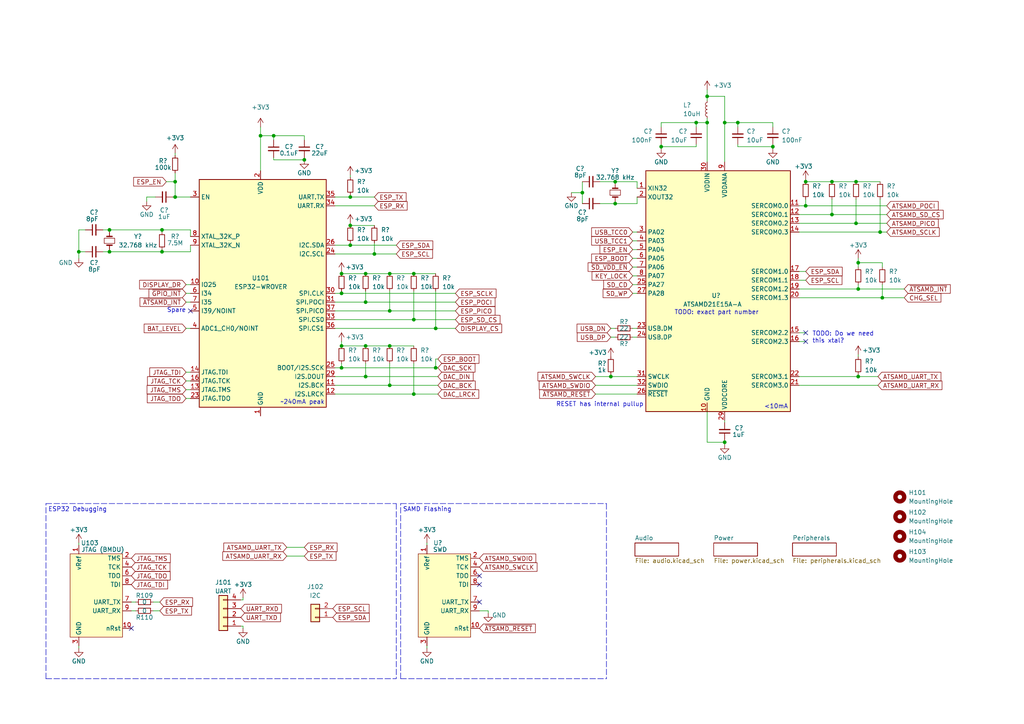
<source format=kicad_sch>
(kicad_sch (version 20211123) (generator eeschema)
  (paper "A4")
  (title_block (date "2022-09-04") (rev "1"))
  (lib_symbols
    (symbol "Connector_Generic:Conn_01x02" (pin_names (offset 1.016) hide)
      (property "Reference" "J" (at 0 2.54 0))
      (property "Value" "Conn_01x02" (at 0 -5.08 0))
      (symbol "Conn_01x02_1_1"
        (rectangle (start -1.27 -2.413) (end 0 -2.667) (stroke (width 0.1524)))
        (rectangle (start -1.27 0.127) (end 0 -0.127) (stroke (width 0.1524)))
        (rectangle (start -1.27 1.27) (end 1.27 -3.81) (stroke (width 0.254)) (fill (type background)))
        (pin passive line (at -5.08 0 0) (length 3.81) (name "Pin_1") (number "1"))
        (pin passive line (at -5.08 -2.54 0) (length 3.81) (name "Pin_2") (number "2"))
      )
    )
    (symbol "Connector_Generic:Conn_01x04" (pin_names (offset 1.016) hide)
      (property "Reference" "J" (at 0 5.08 0))
      (property "Value" "Conn_01x04" (at 0 -7.62 0))
      (symbol "Conn_01x04_1_1"
        (rectangle (start -1.27 -4.953) (end 0 -5.207) (stroke (width 0.1524)))
        (rectangle (start -1.27 -2.413) (end 0 -2.667) (stroke (width 0.1524)))
        (rectangle (start -1.27 0.127) (end 0 -0.127) (stroke (width 0.1524)))
        (rectangle (start -1.27 2.667) (end 0 2.413) (stroke (width 0.1524)))
        (rectangle (start -1.27 3.81) (end 1.27 -6.35) (stroke (width 0.254)) (fill (type background)))
        (pin passive line (at -5.08 2.54 0) (length 3.81) (name "Pin_1") (number "1"))
        (pin passive line (at -5.08 0 0) (length 3.81) (name "Pin_2") (number "2"))
        (pin passive line (at -5.08 -2.54 0) (length 3.81) (name "Pin_3") (number "3"))
        (pin passive line (at -5.08 -5.08 0) (length 3.81) (name "Pin_4") (number "4"))
      )
    )
    (symbol "Device:C_Small" (pin_numbers hide) (pin_names (offset 0.254) hide)
      (property "Reference" "C" (at 0.254 1.778 0))
      (property "Value" "C_Small" (at 0.254 -2.032 0))
      (symbol "C_Small_0_1"
        (polyline (pts (xy -1.524 -0.508) (xy 1.524 -0.508)) (stroke (width 0.3302)))
        (polyline (pts (xy -1.524 0.508) (xy 1.524 0.508)) (stroke (width 0.3048)))
      )
      (symbol "C_Small_1_1"
        (pin passive line (at 0 2.54 270) (length 2.032) (name "~") (number "1"))
        (pin passive line (at 0 -2.54 90) (length 2.032) (name "~") (number "2"))
      )
    )
    (symbol "Device:Crystal_Small" (pin_numbers hide) (pin_names (offset 1.016) hide)
      (property "Reference" "Y" (at 0 2.54 0))
      (property "Value" "Crystal_Small" (at 0 -2.54 0))
      (symbol "Crystal_Small_0_1"
        (rectangle (start -0.762 -1.524) (end 0.762 1.524))
        (polyline (pts (xy -1.27 -0.762) (xy -1.27 0.762)) (stroke (width 0.381)))
        (polyline (pts (xy 1.27 -0.762) (xy 1.27 0.762)) (stroke (width 0.381)))
      )
      (symbol "Crystal_Small_1_1"
        (pin passive line (at -2.54 0 0) (length 1.27) (name "1") (number "1"))
        (pin passive line (at 2.54 0 180) (length 1.27) (name "2") (number "2"))
      )
    )
    (symbol "Device:L_Small" (pin_numbers hide) (pin_names (offset 0.254) hide)
      (property "Reference" "L" (at 0.762 1.016 0))
      (property "Value" "L_Small" (at 0.762 -1.016 0))
      (symbol "L_Small_0_1"
        (arc (start 0 -2.032) (mid 0.508 -1.524) (end 0 -1.016))
        (arc (start 0 -1.016) (mid 0.508 -0.508) (end 0 0))
        (arc (start 0 0) (mid 0.508 0.508) (end 0 1.016))
        (arc (start 0 1.016) (mid 0.508 1.524) (end 0 2.032))
      )
      (symbol "L_Small_1_1"
        (pin passive line (at 0 2.54 270) (length 0.508) (name "~") (number "1"))
        (pin passive line (at 0 -2.54 90) (length 0.508) (name "~") (number "2"))
      )
    )
    (symbol "Device:R_Small" (pin_numbers hide) (pin_names (offset 0.254) hide)
      (property "Reference" "R" (at 0.762 0.508 0))
      (property "Value" "R_Small" (at 0.762 -1.016 0))
      (symbol "R_Small_0_1"
        (rectangle (start -0.762 1.778) (end 0.762 -1.778) (stroke (width 0.2032)))
      )
      (symbol "R_Small_1_1"
        (pin passive line (at 0 2.54 270) (length 0.762) (name "~") (number "1"))
        (pin passive line (at 0 -2.54 90) (length 0.762) (name "~") (number "2"))
      )
    )
    (symbol "Mechanical:MountingHole" (pin_names (offset 1.016))
      (property "Reference" "H" (at 0 5.08 0))
      (property "Value" "MountingHole" (at 0 3.175 0))
      (symbol "MountingHole_0_1"
        (circle (center 0 0) (radius 1.27) (stroke (width 1.27)))
      )
    )
    (symbol "power:+3V3" (power) (pin_names (offset 0))
      (property "Value" "+3V3" (at 0 3.556 0))
      (symbol "+3V3_0_1"
        (polyline (pts (xy -0.762 1.27) (xy 0 2.54)))
        (polyline (pts (xy 0 0) (xy 0 2.54)))
        (polyline (pts (xy 0 2.54) (xy 0.762 1.27)))
      )
      (symbol "+3V3_1_1"
        (pin power_in line (at 0 0 90) (length 0) hide (name "+3V3") (number "1"))
      )
    )
    (symbol "power:GND" (power) (pin_names (offset 0))
      (property "Value" "GND" (at 0 -3.81 0))
      (symbol "GND_0_1"
        (polyline (pts (xy 0 0) (xy 0 -1.27) (xy 1.27 -1.27) (xy 0 -2.54) (xy -1.27 -1.27) (xy 0 -1.27)))
      )
      (symbol "GND_1_1"
        (pin power_in line (at 0 0 270) (length 0) hide (name "GND") (number "1"))
      )
    )
    (symbol "symbols:ATSAMD21E15A-A"
      (property "Reference" "U" (at 0 15.24 0))
      (property "Value" "ATSAMD21E15A-A" (at 0 10.16 0))
      (symbol "ATSAMD21E15A-A_1_1"
        (rectangle (start -20.32 45.72) (end 21.59 -24.13) (stroke (width 0.254)) (fill (type background)))
        (pin bidirectional line (at -22.86 40.64 0) (length 2.54) (name "XIN32") (number "1"))
        (pin power_in line (at -2.54 -24.13 90) (length 2.54) (name "GND") (number "10"))
        (pin bidirectional line (at 24.13 35.56 180) (length 2.54) (name "SERCOM0.0") (number "11"))
        (pin bidirectional line (at 24.13 33.02 180) (length 2.54) (name "SERCOM0.1") (number "12"))
        (pin bidirectional line (at 24.13 30.48 180) (length 2.54) (name "SERCOM0.2") (number "13"))
        (pin bidirectional line (at 24.13 27.94 180) (length 2.54) (name "SERCOM0.3") (number "14"))
        (pin bidirectional line (at 24.13 -1.27 180) (length 2.54) (name "SERCOM2.2") (number "15"))
        (pin bidirectional line (at 24.13 -3.81 180) (length 2.54) (name "SERCOM2.3") (number "16"))
        (pin bidirectional line (at 24.13 16.51 180) (length 2.54) (name "SERCOM1.0") (number "17"))
        (pin bidirectional line (at 24.13 13.97 180) (length 2.54) (name "SERCOM1.1") (number "18"))
        (pin bidirectional line (at 24.13 11.43 180) (length 2.54) (name "SERCOM1.2") (number "19"))
        (pin bidirectional line (at -22.86 38.1 0) (length 2.54) (name "XOUT32") (number "2"))
        (pin bidirectional line (at 24.13 8.89 180) (length 2.54) (name "SERCOM1.3") (number "20"))
        (pin bidirectional line (at 24.13 -16.51 180) (length 2.54) (name "SERCOM3.0") (number "21"))
        (pin bidirectional line (at 24.13 -13.97 180) (length 2.54) (name "SERCOM3.1") (number "22"))
        (pin bidirectional line (at -22.86 0 0) (length 2.54) (name "USB.DM") (number "23"))
        (pin bidirectional line (at -22.86 -2.54 0) (length 2.54) (name "USB.DP") (number "24"))
        (pin bidirectional line (at -22.86 12.7 0) (length 2.54) (name "PA27") (number "25"))
        (pin input line (at -22.86 -19.05 0) (length 2.54) (name "~{RESET}") (number "26"))
        (pin bidirectional line (at -22.86 10.16 0) (length 2.54) (name "PA28") (number "27"))
        (pin passive line (at -2.54 -24.13 90) (length 2.54) hide (name "GND") (number "28"))
        (pin power_out line (at 2.54 -26.67 90) (length 2.54) (name "VDDCORE") (number "29"))
        (pin bidirectional line (at -22.86 27.94 0) (length 2.54) (name "PA02") (number "3"))
        (pin power_in line (at -2.54 48.26 270) (length 2.54) (name "VDDIN") (number "30"))
        (pin bidirectional line (at -22.86 -13.97 0) (length 2.54) (name "SWCLK") (number "31"))
        (pin bidirectional line (at -22.86 -16.51 0) (length 2.54) (name "SWDIO") (number "32"))
        (pin bidirectional line (at -22.86 25.4 0) (length 2.54) (name "PA03") (number "4"))
        (pin bidirectional line (at -22.86 22.86 0) (length 2.54) (name "PA04") (number "5"))
        (pin bidirectional line (at -22.86 20.32 0) (length 2.54) (name "PA05") (number "6"))
        (pin bidirectional line (at -22.86 17.78 0) (length 2.54) (name "PA06") (number "7"))
        (pin bidirectional line (at -22.86 15.24 0) (length 2.54) (name "PA07") (number "8"))
        (pin power_in line (at 2.54 48.26 270) (length 2.54) (name "VDDANA") (number "9"))
      )
    )
    (symbol "symbols:BMDU"
      (property "Reference" "U" (at -5.08 6.35 0))
      (property "Value" "BMDU" (at -5.08 6.35 0))
      (symbol "BMDU_0_0"
        (pin unspecified line (at -5.08 20.32 270) (length 2.54) (name "vRef") (number "1"))
        (pin unspecified line (at 10.16 -3.81 180) (length 2.54) (name "nRst") (number "10"))
        (pin unspecified line (at 10.16 16.51 180) (length 2.54) (name "TMS") (number "2"))
        (pin unspecified line (at -5.08 -8.89 90) (length 2.54) (name "GND") (number "3"))
        (pin unspecified line (at 10.16 13.97 180) (length 2.54) (name "TCK") (number "4"))
        (pin unspecified line (at -5.08 -8.89 90) (length 2.54) hide (name "GND") (number "5"))
        (pin unspecified line (at 10.16 11.43 180) (length 2.54) (name "TDO") (number "6"))
        (pin unspecified line (at 10.16 3.81 180) (length 2.54) (name "UART_TX") (number "7"))
        (pin unspecified line (at 10.16 8.89 180) (length 2.54) (name "TDI") (number "8"))
        (pin unspecified line (at 10.16 1.27 180) (length 2.54) (name "UART_RX") (number "9"))
      )
      (symbol "BMDU_0_1"
        (rectangle (start -7.62 17.78) (end 7.62 -6.35) (fill (type background)))
      )
    )
    (symbol "symbols:ESP32-WROOM"
      (property "Reference" "U" (at -17.78 34.29 0))
      (property "Value" "ESP32-WROOM" (at -3.81 34.29 0))
      (symbol "ESP32-WROOM_0_1"
        (rectangle (start -17.78 33.02) (end 19.05 -33.02) (stroke (width 0.254)) (fill (type background)))
      )
      (symbol "ESP32-WROOM_1_1"
        (pin power_in line (at 0 -35.56 90) (length 2.54) (name "GND") (number "1"))
        (pin bidirectional line (at -20.32 2.54 0) (length 2.54) (name "IO25") (number "10"))
        (pin bidirectional line (at 21.59 -26.67 180) (length 2.54) (name "I2S.BCK") (number "11"))
        (pin bidirectional line (at 21.59 -29.21 180) (length 2.54) (name "I2S.LRCK") (number "12"))
        (pin bidirectional line (at -20.32 -27.94 0) (length 2.54) (name "JTAG.TMS") (number "13"))
        (pin bidirectional line (at -20.32 -22.86 0) (length 2.54) (name "JTAG.TDI") (number "14"))
        (pin passive line (at 0 -35.56 90) (length 2.54) hide (name "GND") (number "15"))
        (pin bidirectional line (at -20.32 -25.4 0) (length 2.54) (name "JTAG.TCK") (number "16"))
        (pin no_connect line (at -43.18 -13.97 0) (length 2.54) hide (name "SHD/SD2") (number "17"))
        (pin no_connect line (at -43.18 -16.51 0) (length 2.54) hide (name "SWP/SD3") (number "18"))
        (pin no_connect line (at -43.18 -21.59 0) (length 2.54) hide (name "SCS/CMD") (number "19"))
        (pin power_in line (at 0 35.56 270) (length 2.54) (name "VDD") (number "2"))
        (pin no_connect line (at -43.18 -19.05 0) (length 2.54) hide (name "SCK/CLK") (number "20"))
        (pin no_connect line (at -43.18 -8.89 0) (length 2.54) hide (name "SDO/SD0") (number "21"))
        (pin no_connect line (at -43.18 -11.43 0) (length 2.54) hide (name "SDI/SD1") (number "22"))
        (pin bidirectional line (at -20.32 -30.48 0) (length 2.54) (name "JTAG.TDO") (number "23"))
        (pin bidirectional line (at 21.59 11.43 180) (length 2.54) (name "I2C.SCL") (number "24"))
        (pin bidirectional line (at 21.59 -21.59 180) (length 2.54) (name "BOOT/I2S.SCK") (number "25"))
        (pin bidirectional line (at 21.59 13.97 180) (length 2.54) (name "I2C.SDA") (number "26"))
        (pin no_connect line (at -43.18 -24.13 0) (length 2.54) hide (name "IO16") (number "27"))
        (pin no_connect line (at -43.18 -26.67 0) (length 2.54) hide (name "IO17") (number "28"))
        (pin bidirectional line (at 21.59 -24.13 180) (length 2.54) (name "I2S.DOUT") (number "29"))
        (pin input line (at -20.32 27.94 0) (length 2.54) (name "EN") (number "3"))
        (pin bidirectional line (at 21.59 0 180) (length 2.54) (name "SPI.CLK") (number "30"))
        (pin bidirectional line (at 21.59 -2.54 180) (length 2.54) (name "SPI.POCI") (number "31"))
        (pin no_connect line (at -43.18 -29.21 0) (length 2.54) hide (name "NC") (number "32"))
        (pin bidirectional line (at 21.59 -7.62 180) (length 2.54) (name "SPI.CS0") (number "33"))
        (pin bidirectional line (at 21.59 25.4 180) (length 2.54) (name "UART.RX") (number "34"))
        (pin bidirectional line (at 21.59 27.94 180) (length 2.54) (name "UART.TX") (number "35"))
        (pin bidirectional line (at 21.59 -10.16 180) (length 2.54) (name "SPI.CS1") (number "36"))
        (pin bidirectional line (at 21.59 -5.08 180) (length 2.54) (name "SPI.PICO") (number "37"))
        (pin passive line (at 0 -35.56 90) (length 2.54) hide (name "GND") (number "38"))
        (pin passive line (at 0 -35.56 90) (length 2.54) hide (name "GND") (number "39"))
        (pin input line (at -20.32 -10.16 0) (length 2.54) (name "ADC1_CH0/NOINT") (number "4"))
        (pin input line (at -20.32 -5.08 0) (length 2.54) (name "I39/NOINT") (number "5"))
        (pin input line (at -20.32 0 0) (length 2.54) (name "I34") (number "6"))
        (pin input line (at -20.32 -2.54 0) (length 2.54) (name "I35") (number "7"))
        (pin bidirectional line (at -20.32 16.51 0) (length 2.54) (name "XTAL_32K_P") (number "8"))
        (pin bidirectional line (at -20.32 13.97 0) (length 2.54) (name "XTAL_32K_N") (number "9"))
      )
    )
  )
  (bus_alias "I2C" (members))
  (junction (at 22.86 73.025))
  (junction (at 88.265 46.355))
  (junction (at 241.3 62.23))
  (junction (at 101.6 57.15))
  (junction (at 99.06 85.09))
  (junction (at 248.92 83.82))
  (junction (at 233.68 59.69))
  (junction (at 46.99 66.675))
  (junction (at 248.92 76.2))
  (junction (at 31.75 66.675))
  (junction (at 99.06 106.68))
  (junction (at 120.015 79.375))
  (junction (at 113.03 90.17))
  (junction (at 248.285 52.705))
  (junction (at 126.365 106.68))
  (junction (at 46.99 73.025))
  (junction (at 106.045 87.63))
  (junction (at 205.105 27.94))
  (junction (at 178.435 52.705))
  (junction (at 178.435 59.055))
  (junction (at 241.3 52.705))
  (junction (at 113.03 111.76))
  (junction (at 248.285 64.77))
  (junction (at 210.185 35.56))
  (junction (at 210.185 128.27))
  (junction (at 224.155 42.545))
  (junction (at 113.03 100.33))
  (junction (at 120.015 114.3))
  (junction (at 177.165 109.22))
  (junction (at 126.365 95.25))
  (junction (at 113.03 79.375))
  (junction (at 201.93 35.56))
  (junction (at 101.6 71.12))
  (junction (at 255.27 67.31))
  (junction (at 31.75 73.025))
  (junction (at 79.375 39.37))
  (junction (at 108.585 73.66))
  (junction (at 50.8 52.705))
  (junction (at 50.8 57.15))
  (junction (at 213.995 35.56))
  (junction (at 120.015 92.71))
  (junction (at 205.105 35.56))
  (junction (at 99.06 100.33))
  (junction (at 168.91 55.88))
  (junction (at 106.045 79.375))
  (junction (at 248.92 109.22))
  (junction (at 233.68 52.705))
  (junction (at 106.045 109.22))
  (junction (at 106.045 100.33))
  (junction (at 101.6 65.405))
  (junction (at 191.77 42.545))
  (junction (at 99.06 79.375))
  (junction (at 75.565 39.37))
  (junction (at 255.905 86.36))
  (no_connect (at 233.68 96.52))
  (no_connect (at 233.68 99.06))
  (no_connect (at 55.245 90.17))
  (no_connect (at 139.065 169.545))
  (no_connect (at 38.1 182.245))
  (no_connect (at 139.065 167.005))
  (no_connect (at 139.065 174.625))
  (wire (pts (xy 97.155 73.66) (xy 108.585 73.66)))
  (wire (pts (xy 31.75 66.675) (xy 46.99 66.675)))
  (wire (pts (xy 255.905 82.55) (xy 255.905 86.36)))
  (wire (pts (xy 205.105 119.38) (xy 205.105 128.27)))
  (wire (pts (xy 205.105 128.27) (xy 210.185 128.27)))
  (wire (pts (xy 83.185 158.75) (xy 88.265 158.75)))
  (wire (pts (xy 127 114.3) (xy 120.015 114.3)))
  (wire (pts (xy 39.3551 177.165) (xy 38.1 177.165)))
  (wire (pts (xy 22.86 73.025) (xy 24.765 73.025)))
  (wire (pts (xy 248.92 76.2) (xy 255.905 76.2)))
  (wire (pts (xy 22.86 74.93) (xy 22.86 73.025)))
  (wire (pts (xy 257.175 62.23) (xy 241.3 62.23)))
  (wire (pts (xy 213.995 42.545) (xy 213.995 41.91)))
  (wire (pts (xy 55.245 68.58) (xy 55.245 66.675)))
  (wire (pts (xy 248.92 109.22) (xy 231.775 109.22)))
  (wire (pts (xy 50.165 57.15) (xy 50.8 57.15)))
  (wire (pts (xy 183.515 85.09) (xy 184.785 85.09)))
  (wire (pts (xy 97.155 59.69) (xy 108.585 59.69)))
  (wire (pts (xy 127 106.68) (xy 126.365 106.68)))
  (wire (pts (xy 55.245 71.12) (xy 55.245 73.025)))
  (wire (pts (xy 184.785 54.61) (xy 184.785 52.705)))
  (wire (pts (xy 97.155 90.17) (xy 113.03 90.17)))
  (wire (pts (xy 177.165 109.22) (xy 184.785 109.22)))
  (wire (pts (xy 53.975 82.55) (xy 55.245 82.55)))
  (polyline (pts (xy 175.895 146.05) (xy 175.895 196.85)))
  (wire (pts (xy 83.185 161.29) (xy 88.265 161.29)))
  (wire (pts (xy 53.975 107.95) (xy 55.245 107.95)))
  (wire (pts (xy 224.155 35.56) (xy 224.155 36.83)))
  (wire (pts (xy 178.435 52.705) (xy 178.435 53.34)))
  (wire (pts (xy 172.72 109.22) (xy 177.165 109.22)))
  (wire (pts (xy 120.015 92.71) (xy 132.08 92.71)))
  (wire (pts (xy 75.565 39.37) (xy 79.375 39.37)))
  (wire (pts (xy 50.8 45.085) (xy 50.8 44.45)))
  (wire (pts (xy 99.06 106.68) (xy 97.155 106.68)))
  (wire (pts (xy 123.825 157.48) (xy 123.825 158.115)))
  (wire (pts (xy 127 109.22) (xy 106.045 109.22)))
  (wire (pts (xy 53.975 113.03) (xy 55.245 113.03)))
  (wire (pts (xy 201.93 35.56) (xy 191.77 35.56)))
  (wire (pts (xy 183.515 67.31) (xy 184.785 67.31)))
  (wire (pts (xy 22.86 66.675) (xy 24.765 66.675)))
  (wire (pts (xy 97.155 85.09) (xy 99.06 85.09)))
  (wire (pts (xy 233.68 99.06) (xy 231.775 99.06)))
  (wire (pts (xy 42.545 57.15) (xy 42.545 58.42)))
  (wire (pts (xy 139.065 177.165) (xy 141.605 177.165)))
  (wire (pts (xy 177.165 95.25) (xy 178.435 95.25)))
  (wire (pts (xy 97.155 87.63) (xy 106.045 87.63)))
  (polyline (pts (xy 116.205 146.05) (xy 175.895 146.05)))
  (wire (pts (xy 29.845 73.025) (xy 31.75 73.025)))
  (wire (pts (xy 31.75 73.025) (xy 31.75 72.39)))
  (wire (pts (xy 48.26 52.705) (xy 50.8 52.705)))
  (wire (pts (xy 75.565 39.37) (xy 75.565 49.53)))
  (wire (pts (xy 141.605 177.165) (xy 141.605 177.8)))
  (wire (pts (xy 99.06 105.41) (xy 99.06 106.68)))
  (wire (pts (xy 248.92 102.87) (xy 248.92 103.505)))
  (wire (pts (xy 248.285 57.785) (xy 248.285 64.77)))
  (wire (pts (xy 241.3 52.705) (xy 248.285 52.705)))
  (wire (pts (xy 233.68 81.28) (xy 231.775 81.28)))
  (wire (pts (xy 183.515 77.47) (xy 184.785 77.47)))
  (wire (pts (xy 183.515 97.79) (xy 184.785 97.79)))
  (wire (pts (xy 106.045 84.455) (xy 106.045 87.63)))
  (wire (pts (xy 183.515 80.01) (xy 184.785 80.01)))
  (wire (pts (xy 69.85 181.61) (xy 70.485 181.61)))
  (wire (pts (xy 126.365 84.455) (xy 126.365 95.25)))
  (wire (pts (xy 55.245 66.675) (xy 46.99 66.675)))
  (wire (pts (xy 210.185 35.56) (xy 210.185 46.99)))
  (wire (pts (xy 255.905 86.36) (xy 262.255 86.36)))
  (wire (pts (xy 99.06 106.68) (xy 126.365 106.68)))
  (wire (pts (xy 231.775 111.76) (xy 254.635 111.76)))
  (wire (pts (xy 233.68 57.785) (xy 233.68 59.69)))
  (wire (pts (xy 257.175 59.69) (xy 233.68 59.69)))
  (wire (pts (xy 97.155 92.71) (xy 120.015 92.71)))
  (wire (pts (xy 233.68 52.07) (xy 233.68 52.705)))
  (wire (pts (xy 113.03 105.41) (xy 113.03 111.76)))
  (wire (pts (xy 53.975 110.49) (xy 55.245 110.49)))
  (wire (pts (xy 210.185 127.635) (xy 210.185 128.27)))
  (wire (pts (xy 22.86 157.48) (xy 22.86 158.115)))
  (wire (pts (xy 79.375 39.37) (xy 88.265 39.37)))
  (wire (pts (xy 113.03 90.17) (xy 132.08 90.17)))
  (wire (pts (xy 254.635 109.22) (xy 248.92 109.22)))
  (wire (pts (xy 75.565 36.83) (xy 75.565 39.37)))
  (wire (pts (xy 31.75 73.025) (xy 46.99 73.025)))
  (wire (pts (xy 233.68 96.52) (xy 231.775 96.52)))
  (wire (pts (xy 113.03 111.76) (xy 97.155 111.76)))
  (wire (pts (xy 39.37 174.625) (xy 38.1 174.625)))
  (wire (pts (xy 46.355 177.165) (xy 44.4351 177.165)))
  (polyline (pts (xy 13.335 196.85) (xy 13.335 146.05)))
  (wire (pts (xy 53.975 115.57) (xy 55.245 115.57)))
  (wire (pts (xy 29.845 66.675) (xy 31.75 66.675)))
  (wire (pts (xy 31.75 66.675) (xy 31.75 67.31)))
  (wire (pts (xy 201.93 35.56) (xy 201.93 36.83)))
  (wire (pts (xy 79.375 45.72) (xy 79.375 46.355)))
  (wire (pts (xy 79.375 46.355) (xy 88.265 46.355)))
  (wire (pts (xy 183.515 82.55) (xy 184.785 82.55)))
  (wire (pts (xy 173.99 52.705) (xy 178.435 52.705)))
  (wire (pts (xy 88.265 39.37) (xy 88.265 40.64)))
  (wire (pts (xy 233.68 52.705) (xy 241.3 52.705)))
  (wire (pts (xy 191.77 35.56) (xy 191.77 36.83)))
  (wire (pts (xy 108.585 73.66) (xy 114.935 73.66)))
  (wire (pts (xy 224.155 42.545) (xy 224.155 43.18)))
  (wire (pts (xy 101.6 70.485) (xy 101.6 71.12)))
  (wire (pts (xy 213.995 42.545) (xy 224.155 42.545)))
  (wire (pts (xy 120.015 79.375) (xy 126.365 79.375)))
  (wire (pts (xy 248.285 52.705) (xy 255.27 52.705)))
  (wire (pts (xy 248.92 76.2) (xy 248.92 74.93)))
  (wire (pts (xy 50.8 52.705) (xy 50.8 50.165)))
  (wire (pts (xy 183.515 72.39) (xy 184.785 72.39)))
  (wire (pts (xy 120.015 84.455) (xy 120.015 92.71)))
  (wire (pts (xy 126.365 104.14) (xy 126.365 106.68)))
  (wire (pts (xy 101.6 50.8) (xy 101.6 51.435)))
  (wire (pts (xy 70.485 173.355) (xy 70.485 173.99)))
  (wire (pts (xy 231.775 86.36) (xy 255.905 86.36)))
  (wire (pts (xy 255.27 57.785) (xy 255.27 67.31)))
  (wire (pts (xy 101.6 71.12) (xy 114.935 71.12)))
  (wire (pts (xy 210.185 27.94) (xy 210.185 35.56)))
  (wire (pts (xy 106.045 109.22) (xy 97.155 109.22)))
  (polyline (pts (xy 116.205 196.85) (xy 116.205 146.05)))
  (wire (pts (xy 172.72 114.3) (xy 184.785 114.3)))
  (wire (pts (xy 233.68 59.69) (xy 231.775 59.69)))
  (wire (pts (xy 231.775 64.77) (xy 248.285 64.77)))
  (wire (pts (xy 120.015 114.3) (xy 97.155 114.3)))
  (wire (pts (xy 177.165 108.585) (xy 177.165 109.22)))
  (wire (pts (xy 241.3 62.23) (xy 231.775 62.23)))
  (wire (pts (xy 99.06 79.375) (xy 106.045 79.375)))
  (polyline (pts (xy 116.205 196.85) (xy 175.895 196.85)))
  (wire (pts (xy 127 111.76) (xy 113.03 111.76)))
  (wire (pts (xy 97.155 57.15) (xy 101.6 57.15)))
  (wire (pts (xy 224.155 41.91) (xy 224.155 42.545)))
  (wire (pts (xy 205.105 27.94) (xy 210.185 27.94)))
  (wire (pts (xy 101.6 57.15) (xy 108.585 57.15)))
  (wire (pts (xy 248.92 76.2) (xy 248.92 77.47)))
  (wire (pts (xy 99.06 100.33) (xy 106.045 100.33)))
  (wire (pts (xy 46.99 66.675) (xy 46.99 67.31)))
  (wire (pts (xy 241.3 57.785) (xy 241.3 62.23)))
  (wire (pts (xy 205.105 26.035) (xy 205.105 27.94)))
  (wire (pts (xy 178.435 59.055) (xy 184.785 59.055)))
  (wire (pts (xy 173.99 59.055) (xy 178.435 59.055)))
  (wire (pts (xy 177.165 97.79) (xy 178.435 97.79)))
  (wire (pts (xy 113.03 84.455) (xy 113.03 90.17)))
  (wire (pts (xy 183.515 95.25) (xy 184.785 95.25)))
  (wire (pts (xy 191.77 41.91) (xy 191.77 42.545)))
  (wire (pts (xy 172.72 111.76) (xy 184.785 111.76)))
  (wire (pts (xy 248.92 83.82) (xy 262.255 83.82)))
  (wire (pts (xy 191.77 42.545) (xy 191.77 43.18)))
  (wire (pts (xy 45.085 57.15) (xy 42.545 57.15)))
  (wire (pts (xy 46.99 73.025) (xy 55.245 73.025)))
  (wire (pts (xy 183.515 74.93) (xy 184.785 74.93)))
  (wire (pts (xy 210.185 128.27) (xy 210.185 128.905)))
  (polyline (pts (xy 13.335 146.05) (xy 114.935 146.05)))
  (wire (pts (xy 168.91 59.055) (xy 168.91 55.88)))
  (wire (pts (xy 123.825 187.325) (xy 123.825 187.96)))
  (wire (pts (xy 126.365 95.25) (xy 132.08 95.25)))
  (wire (pts (xy 108.585 70.485) (xy 108.585 73.66)))
  (wire (pts (xy 205.105 35.56) (xy 205.105 46.99)))
  (wire (pts (xy 178.435 58.42) (xy 178.435 59.055)))
  (wire (pts (xy 231.775 83.82) (xy 248.92 83.82)))
  (wire (pts (xy 210.185 35.56) (xy 213.995 35.56)))
  (wire (pts (xy 248.92 108.585) (xy 248.92 109.22)))
  (wire (pts (xy 99.06 99.06) (xy 99.06 100.33)))
  (wire (pts (xy 168.91 55.88) (xy 165.735 55.88)))
  (wire (pts (xy 233.68 78.74) (xy 231.775 78.74)))
  (wire (pts (xy 127 104.14) (xy 126.365 104.14)))
  (wire (pts (xy 106.045 105.41) (xy 106.045 109.22)))
  (wire (pts (xy 106.045 100.33) (xy 113.03 100.33)))
  (wire (pts (xy 99.06 85.09) (xy 132.08 85.09)))
  (wire (pts (xy 101.6 64.77) (xy 101.6 65.405)))
  (wire (pts (xy 53.975 95.25) (xy 55.245 95.25)))
  (wire (pts (xy 213.995 35.56) (xy 224.155 35.56)))
  (wire (pts (xy 255.905 76.2) (xy 255.905 77.47)))
  (wire (pts (xy 101.6 65.405) (xy 108.585 65.405)))
  (wire (pts (xy 46.355 174.625) (xy 44.45 174.625)))
  (wire (pts (xy 120.015 105.41) (xy 120.015 114.3)))
  (wire (pts (xy 205.105 27.94) (xy 205.105 29.21)))
  (wire (pts (xy 201.93 42.545) (xy 201.93 41.91)))
  (wire (pts (xy 70.485 173.99) (xy 69.85 173.99)))
  (wire (pts (xy 97.155 95.25) (xy 126.365 95.25)))
  (wire (pts (xy 79.375 39.37) (xy 79.375 40.64)))
  (wire (pts (xy 113.03 100.33) (xy 120.015 100.33)))
  (wire (pts (xy 50.8 57.15) (xy 55.245 57.15)))
  (wire (pts (xy 97.155 71.12) (xy 101.6 71.12)))
  (wire (pts (xy 178.435 52.705) (xy 184.785 52.705)))
  (wire (pts (xy 205.105 35.56) (xy 201.93 35.56)))
  (wire (pts (xy 168.91 52.705) (xy 168.91 55.88)))
  (wire (pts (xy 88.265 46.355) (xy 88.265 45.72)))
  (wire (pts (xy 248.92 82.55) (xy 248.92 83.82)))
  (wire (pts (xy 213.995 35.56) (xy 213.995 36.83)))
  (wire (pts (xy 22.86 73.025) (xy 22.86 66.675)))
  (wire (pts (xy 101.6 56.515) (xy 101.6 57.15)))
  (wire (pts (xy 106.045 79.375) (xy 113.03 79.375)))
  (wire (pts (xy 113.03 79.375) (xy 120.015 79.375)))
  (polyline (pts (xy 13.335 196.85) (xy 114.935 196.85)))
  (wire (pts (xy 22.86 187.325) (xy 22.86 187.96)))
  (wire (pts (xy 99.06 84.455) (xy 99.06 85.09)))
  (wire (pts (xy 257.175 67.31) (xy 255.27 67.31)))
  (wire (pts (xy 53.975 85.09) (xy 55.245 85.09)))
  (wire (pts (xy 201.93 42.545) (xy 191.77 42.545)))
  (wire (pts (xy 210.185 121.92) (xy 210.185 122.555)))
  (wire (pts (xy 248.285 64.77) (xy 257.175 64.77)))
  (polyline (pts (xy 114.935 146.05) (xy 114.935 196.85)))
  (wire (pts (xy 53.975 87.63) (xy 55.245 87.63)))
  (wire (pts (xy 205.105 34.29) (xy 205.105 35.56)))
  (wire (pts (xy 183.515 69.85) (xy 184.785 69.85)))
  (wire (pts (xy 106.045 87.63) (xy 132.08 87.63)))
  (wire (pts (xy 99.06 78.74) (xy 99.06 79.375)))
  (wire (pts (xy 46.99 73.025) (xy 46.99 72.39)))
  (wire (pts (xy 70.485 181.61) (xy 70.485 182.245)))
  (wire (pts (xy 255.27 67.31) (xy 231.775 67.31)))
  (wire (pts (xy 50.8 57.15) (xy 50.8 52.705)))
  (wire (pts (xy 184.785 57.15) (xy 184.785 59.055)))
  (text "<10mA" (at 221.615 118.745 0) (effects (font (size 1.27 1.27)) (justify left bottom)))
  (text "~240mA peak" (at 81.28 117.475 0) (effects (font (size 1.27 1.27)) (justify left bottom)))
  (text "Spare" (at 53.975 90.805 180) (effects (font (size 1.27 1.27)) (justify right bottom)))
  (text "RESET has internal pullup" (at 186.69 118.11 180) (effects (font (size 1.27 1.27)) (justify right bottom)))
  (text "SAMD Flashing" (at 116.84 148.59 0) (effects (font (size 1.27 1.27)) (justify left bottom)))
  (text "ESP32 Debugging" (at 13.97 148.59 0) (effects (font (size 1.27 1.27)) (justify left bottom)))
  (text "TODO: exact part number" (at 195.58 91.44 0) (effects (font (size 1.27 1.27)) (justify left bottom)))
  (text "TODO: Do we need\nthis xtal?" (at 235.585 99.695 0) (effects (font (size 1.27 1.27)) (justify left bottom)))
  (global_label "ATSAMD_UART_RX" (shape input) (at 83.185 161.29 180) (property "Intersheet References" "${INTERSHEET_REFS}" (effects hide)))
  (global_label "ATSAMD_SWCLK" (shape input) (at 139.065 164.465 0) (property "Intersheet References" "${INTERSHEET_REFS}" (effects hide)))
  (global_label "ATSAMD_SWCLK" (shape input) (at 172.72 109.22 180) (property "Intersheet References" "${INTERSHEET_REFS}" (effects hide)))
  (global_label "~{GPIO_INT}" (shape input) (at 53.975 85.09 180) (property "Intersheet References" "${INTERSHEET_REFS}" (effects hide)))
  (global_label "ESP_SDA" (shape input) (at 114.935 71.12 0) (property "Intersheet References" "${INTERSHEET_REFS}" (effects hide)))
  (global_label "DAC_DIN" (shape input) (at 127 109.22 0) (property "Intersheet References" "${INTERSHEET_REFS}" (effects hide)))
  (global_label "JTAG_TDI" (shape input) (at 38.1 169.545 0) (property "Intersheet References" "${INTERSHEET_REFS}" (effects hide)))
  (global_label "JTAG_TCK" (shape input) (at 38.1 164.465 0) (property "Intersheet References" "${INTERSHEET_REFS}" (effects hide)))
  (global_label "BAT_LEVEL" (shape input) (at 53.975 95.25 180) (property "Intersheet References" "${INTERSHEET_REFS}" (effects hide)))
  (global_label "JTAG_TDO" (shape input) (at 38.1 167.005 0) (property "Intersheet References" "${INTERSHEET_REFS}" (effects hide)))
  (global_label "SD_WP" (shape input) (at 183.515 85.09 180) (property "Intersheet References" "${INTERSHEET_REFS}" (effects hide)))
  (global_label "JTAG_TDO" (shape input) (at 53.975 115.57 180) (property "Intersheet References" "${INTERSHEET_REFS}" (effects hide)))
  (global_label "~{SD_VDD_EN}" (shape input) (at 183.515 77.47 180) (property "Intersheet References" "${INTERSHEET_REFS}" (effects hide)))
  (global_label "UART_RXD" (shape input) (at 69.85 176.53 0) (property "Intersheet References" "${INTERSHEET_REFS}" (effects hide)))
  (global_label "~{ATSAMD_INT}" (shape input) (at 53.975 87.63 180) (property "Intersheet References" "${INTERSHEET_REFS}" (effects hide)))
  (global_label "JTAG_TMS" (shape input) (at 53.975 113.03 180) (property "Intersheet References" "${INTERSHEET_REFS}" (effects hide)))
  (global_label "ESP_SCL" (shape input) (at 114.935 73.66 0) (property "Intersheet References" "${INTERSHEET_REFS}" (effects hide)))
  (global_label "DAC_SCK" (shape input) (at 127 106.68 0) (property "Intersheet References" "${INTERSHEET_REFS}" (effects hide)))
  (global_label "USB_TCC1" (shape input) (at 183.515 69.85 180) (property "Intersheet References" "${INTERSHEET_REFS}" (effects hide)))
  (global_label "JTAG_TDI" (shape input) (at 53.975 107.95 180) (property "Intersheet References" "${INTERSHEET_REFS}" (effects hide)))
  (global_label "ESP_SCL" (shape input) (at 96.52 176.53 0) (property "Intersheet References" "${INTERSHEET_REFS}" (effects hide)))
  (global_label "DISPLAY_DR" (shape input) (at 53.975 82.55 180) (property "Intersheet References" "${INTERSHEET_REFS}" (effects hide)))
  (global_label "ATSAMD_SD_CS" (shape input) (at 257.175 62.23 0) (property "Intersheet References" "${INTERSHEET_REFS}" (effects hide)))
  (global_label "ATSAMD_POCI" (shape input) (at 257.175 59.69 0) (property "Intersheet References" "${INTERSHEET_REFS}" (effects hide)))
  (global_label "ESP_RX" (shape input) (at 88.265 158.75 0) (property "Intersheet References" "${INTERSHEET_REFS}" (effects hide)))
  (global_label "ESP_TX" (shape input) (at 108.585 57.15 0) (property "Intersheet References" "${INTERSHEET_REFS}" (effects hide)))
  (global_label "ATSAMD_SCLK" (shape input) (at 257.175 67.31 0) (property "Intersheet References" "${INTERSHEET_REFS}" (effects hide)))
  (global_label "ESP_RX" (shape input) (at 46.355 174.625 0) (property "Intersheet References" "${INTERSHEET_REFS}" (effects hide)))
  (global_label "ESP_PICO" (shape input) (at 132.08 90.17 0) (property "Intersheet References" "${INTERSHEET_REFS}" (effects hide)))
  (global_label "UART_TXD" (shape input) (at 69.85 179.07 0) (property "Intersheet References" "${INTERSHEET_REFS}" (effects hide)))
  (global_label "ATSAMD_UART_TX" (shape input) (at 83.185 158.75 180) (property "Intersheet References" "${INTERSHEET_REFS}" (effects hide)))
  (global_label "ESP_SCL" (shape input) (at 233.68 81.28 0) (property "Intersheet References" "${INTERSHEET_REFS}" (effects hide)))
  (global_label "ESP_SDA" (shape input) (at 233.68 78.74 0) (property "Intersheet References" "${INTERSHEET_REFS}" (effects hide)))
  (global_label "SD_CD" (shape input) (at 183.515 82.55 180) (property "Intersheet References" "${INTERSHEET_REFS}" (effects hide)))
  (global_label "ATSAMD_UART_RX" (shape input) (at 254.635 111.76 0) (property "Intersheet References" "${INTERSHEET_REFS}" (effects hide)))
  (global_label "USB_DP" (shape input) (at 177.165 97.79 180) (property "Intersheet References" "${INTERSHEET_REFS}" (effects hide)))
  (global_label "ATSAMD_PICO" (shape input) (at 257.175 64.77 0) (property "Intersheet References" "${INTERSHEET_REFS}" (effects hide)))
  (global_label "ESP_TX" (shape input) (at 88.265 161.29 0) (property "Intersheet References" "${INTERSHEET_REFS}" (effects hide)))
  (global_label "JTAG_TCK" (shape input) (at 53.975 110.49 180) (property "Intersheet References" "${INTERSHEET_REFS}" (effects hide)))
  (global_label "ATSAMD_SWDIO" (shape input) (at 139.065 161.925 0) (property "Intersheet References" "${INTERSHEET_REFS}" (effects hide)))
  (global_label "ESP_RX" (shape input) (at 108.585 59.69 0) (property "Intersheet References" "${INTERSHEET_REFS}" (effects hide)))
  (global_label "USB_DN" (shape input) (at 177.165 95.25 180) (property "Intersheet References" "${INTERSHEET_REFS}" (effects hide)))
  (global_label "DISPLAY_CS" (shape input) (at 132.08 95.25 0) (property "Intersheet References" "${INTERSHEET_REFS}" (effects hide)))
  (global_label "DAC_LRCK" (shape input) (at 127 114.3 0) (property "Intersheet References" "${INTERSHEET_REFS}" (effects hide)))
  (global_label "ATSAMD_SWDIO" (shape input) (at 172.72 111.76 180) (property "Intersheet References" "${INTERSHEET_REFS}" (effects hide)))
  (global_label "ESP_SD_CS" (shape input) (at 132.08 92.71 0) (property "Intersheet References" "${INTERSHEET_REFS}" (effects hide)))
  (global_label "~{ATSAMD_INT}" (shape input) (at 262.255 83.82 0) (property "Intersheet References" "${INTERSHEET_REFS}" (effects hide)))
  (global_label "ATSAMD_UART_TX" (shape input) (at 254.635 109.22 0) (property "Intersheet References" "${INTERSHEET_REFS}" (effects hide)))
  (global_label "USB_TCC0" (shape input) (at 183.515 67.31 180) (property "Intersheet References" "${INTERSHEET_REFS}" (effects hide)))
  (global_label "ESP_BOOT" (shape input) (at 183.515 74.93 180) (property "Intersheet References" "${INTERSHEET_REFS}" (effects hide)))
  (global_label "KEY_LOCK" (shape input) (at 183.515 80.01 180) (property "Intersheet References" "${INTERSHEET_REFS}" (effects hide)))
  (global_label "DAC_BCK" (shape input) (at 127 111.76 0) (property "Intersheet References" "${INTERSHEET_REFS}" (effects hide)))
  (global_label "ESP_SCLK" (shape input) (at 132.08 85.09 0) (property "Intersheet References" "${INTERSHEET_REFS}" (effects hide)))
  (global_label "~{ATSAMD_RESET}" (shape input) (at 172.72 114.3 180) (property "Intersheet References" "${INTERSHEET_REFS}" (effects hide)))
  (global_label "ESP_BOOT" (shape input) (at 127 104.14 0) (property "Intersheet References" "${INTERSHEET_REFS}" (effects hide)))
  (global_label "ESP_SDA" (shape input) (at 96.52 179.07 0) (property "Intersheet References" "${INTERSHEET_REFS}" (effects hide)))
  (global_label "ESP_POCI" (shape input) (at 132.08 87.63 0) (property "Intersheet References" "${INTERSHEET_REFS}" (effects hide)))
  (global_label "CHG_SEL" (shape input) (at 262.255 86.36 0) (property "Intersheet References" "${INTERSHEET_REFS}" (effects hide)))
  (global_label "ESP_EN" (shape input) (at 48.26 52.705 180) (property "Intersheet References" "${INTERSHEET_REFS}" (effects hide)))
  (global_label "ESP_EN" (shape input) (at 183.515 72.39 180) (property "Intersheet References" "${INTERSHEET_REFS}" (effects hide)))
  (global_label "~{ATSAMD_RESET}" (shape input) (at 139.065 182.245 0) (property "Intersheet References" "${INTERSHEET_REFS}" (effects hide)))
  (global_label "ESP_TX" (shape input) (at 46.355 177.165 0) (property "Intersheet References" "${INTERSHEET_REFS}" (effects hide)))
  (global_label "JTAG_TMS" (shape input) (at 38.1 161.925 0) (property "Intersheet References" "${INTERSHEET_REFS}" (effects hide)))
  (symbol (lib_id "Device:R_Small") (at 120.015 102.87 0) (unit 1)
    (property "Reference" "R?" (at 121.92 101.6 0) (effects (justify left)))
    (property "Value" "10k" (at 121.92 104.14 0) (effects (justify left)))
  )
  (symbol (lib_id "Device:R_Small") (at 99.06 102.87 0) (unit 1)
    (property "Reference" "R?" (at 100.965 101.6 0) (effects (justify left)))
    (property "Value" "10k" (at 100.965 104.14 0) (effects (justify left)))
  )
  (symbol (lib_id "Device:R_Small") (at 113.03 81.915 0) (unit 1)
    (property "Reference" "R?" (at 114.935 80.645 0) (effects (justify left)))
    (property "Value" "10k" (at 114.935 83.185 0) (effects (justify left)))
  )
  (symbol (lib_id "Device:C_Small") (at 27.305 66.675 90) (unit 1)
    (property "Reference" "C?" (at 28.575 61.595 90) (effects (justify left)))
    (property "Value" "8pF" (at 28.575 63.5 90) (effects (justify left)))
    (property "Footprint" "Capacitor_SMD:C_0603_1608Metric" (effects hide))
    (property "PN" "GQM1875C2E8R0CB12D" (effects hide))
  )
  (symbol (lib_id "power:+3V3") (at 70.485 173.355 0) (unit 1)
    (property "Reference" "#PWR0109" (effects hide))
    (property "Value" "+3V3" (at 70.485 169.545 0))
  )
  (symbol (lib_id "power:+3V3") (at 99.06 99.06 0) (unit 1)
    (property "Reference" "#PWR?" (effects hide))
    (property "Value" "+3V3" (at 102.87 97.79 0))
  )
  (symbol (lib_id "power:+3V3") (at 22.86 157.48 0) (unit 1)
    (property "Reference" "#PWR0117" (effects hide))
    (property "Value" "+3V3" (at 22.86 153.67 0))
  )
  (symbol (lib_id "Device:R_Small") (at 101.6 67.945 0) (unit 1)
    (property "Reference" "R?" (at 103.505 66.675 0) (effects (justify left)))
    (property "Value" "10k" (at 103.505 69.215 0) (effects (justify left)))
  )
  (symbol (lib_id "power:GND") (at 70.485 182.245 0) (unit 1)
    (property "Reference" "#PWR0103" (effects hide))
    (property "Value" "GND" (at 70.485 186.055 0))
  )
  (symbol (lib_id "Mechanical:MountingHole") (at 260.985 161.29 0) (unit 1) (in_bom no)
    (property "Reference" "H103" (at 263.525 160.0199 0) (effects (justify left)))
    (property "Value" "MountingHole" (at 263.525 162.5599 0) (effects (justify left)))
    (property "Footprint" "MountingHole:MountingHole_2.2mm_M2" (effects hide))
  )
  (symbol (lib_id "power:+3V3") (at 123.825 157.48 0) (unit 1)
    (property "Reference" "#PWR?" (effects hide))
    (property "Value" "+3V3" (at 123.825 153.67 0))
  )
  (symbol (lib_id "Device:R_Small") (at 248.285 55.245 0) (unit 1)
    (property "Reference" "R?" (at 250.19 53.975 0) (effects (justify left)))
    (property "Value" "10k" (at 250.19 56.515 0) (effects (justify left)))
  )
  (symbol (lib_id "power:+3V3") (at 99.06 78.74 0) (unit 1)
    (property "Reference" "#PWR?" (effects hide))
    (property "Value" "+3V3" (at 102.87 77.47 0))
  )
  (symbol (lib_id "symbols:ESP32-WROOM") (at 75.565 85.09 0) (unit 1)
    (property "Reference" "U101" (at 73.025 80.645 0) (effects (justify left)))
    (property "Value" "ESP32-WROVER" (at 67.945 83.185 0) (effects (justify left)))
    (property "Footprint" "RF_Module:ESP32-WROOM-32U" (effects hide))
    (property "Datasheet" "https://www.espressif.com/sites/default/files/documentation/esp32-wroom-32d_esp32-wroom-32u_datasheet_en.pdf" (effects hide))
    (property "PN" "ESP32-WROVER-IE-N16R8" (effects hide))
  )
  (symbol (lib_id "Device:R_Small") (at 113.03 102.87 0) (unit 1)
    (property "Reference" "R?" (at 114.935 101.6 0) (effects (justify left)))
    (property "Value" "10k" (at 114.935 104.14 0) (effects (justify left)))
  )
  (symbol (lib_id "Device:C_Small") (at 88.265 43.18 0) (unit 1)
    (property "Reference" "C?" (at 92.71 42.545 0))
    (property "Value" "22uF" (at 92.71 44.45 0))
    (property "Footprint" "Capacitor_SMD:C_0805_2012Metric" (effects hide))
    (property "PN" "EMK212BBJ226MG-T " (effects hide))
  )
  (symbol (lib_id "power:+3V3") (at 75.565 36.83 0) (unit 1)
    (property "Reference" "#PWR?" (effects hide))
    (property "Value" "+3V3" (at 75.565 31.115 0))
  )
  (symbol (lib_id "power:GND") (at 210.185 128.905 0) (unit 1)
    (property "Reference" "#PWR?" (effects hide))
    (property "Value" "GND" (at 210.185 132.715 0))
  )
  (symbol (lib_id "Device:R_Small") (at 126.365 81.915 0) (unit 1)
    (property "Reference" "R?" (at 128.27 80.645 0) (effects (justify left)))
    (property "Value" "10k" (at 128.27 83.185 0) (effects (justify left)))
  )
  (symbol (lib_id "Device:C_Small") (at 47.625 57.15 270) (unit 1)
    (property "Reference" "C?" (at 47.625 60.96 90))
    (property "Value" "1uF" (at 47.625 62.865 90))
    (property "Footprint" "Capacitor_SMD:C_0805_2012Metric" (effects hide))
    (property "PN" "EMK212BJ105KG-T" (effects hide))
  )
  (symbol (lib_id "power:GND") (at 165.735 55.88 0) (unit 1)
    (property "Reference" "#PWR?" (effects hide))
    (property "Value" "GND" (at 165.735 59.69 0))
  )
  (symbol (lib_id "power:GND") (at 22.86 187.96 0) (unit 1)
    (property "Reference" "#PWR0118" (effects hide))
    (property "Value" "GND" (at 22.86 191.77 0))
  )
  (symbol (lib_id "Device:R_Small") (at 180.975 95.25 90) (unit 1)
    (property "Reference" "R?" (at 180.975 93.345 90))
    (property "Value" "22" (at 180.975 95.25 90))
  )
  (symbol (lib_id "Device:R_Small") (at 41.8951 177.165 90) (unit 1)
    (property "Reference" "R110" (at 41.91 179.07 90))
    (property "Value" "0" (at 41.91 177.165 90))
    (property "Footprint" "Resistor_SMD:R_0603_1608Metric" (effects hide))
  )
  (symbol (lib_id "power:+3V3") (at 248.92 102.87 0) (unit 1)
    (property "Reference" "#PWR?" (effects hide))
    (property "Value" "+3V3" (at 252.73 101.6 0))
  )
  (symbol (lib_id "Device:C_Small") (at 201.93 39.37 0) (mirror x) (unit 1)
    (property "Reference" "C?" (at 199.39 38.1 0) (effects (justify right)))
    (property "Value" "10uF" (at 199.39 40.64 0) (effects (justify right)))
  )
  (symbol (lib_id "Device:C_Small") (at 224.155 39.37 0) (unit 1)
    (property "Reference" "C?" (at 226.695 38.1062 0) (effects (justify left)))
    (property "Value" "100nF" (at 226.695 40.6462 0) (effects (justify left)))
  )
  (symbol (lib_id "Device:R_Small") (at 248.92 106.045 0) (unit 1)
    (property "Reference" "R?" (at 250.825 104.775 0) (effects (justify left)))
    (property "Value" "10k" (at 250.825 107.315 0) (effects (justify left)))
  )
  (symbol (lib_id "power:GND") (at 191.77 43.18 0) (mirror y) (unit 1)
    (property "Reference" "#PWR?" (effects hide))
    (property "Value" "GND" (at 191.77 46.99 0))
  )
  (symbol (lib_id "Device:R_Small") (at 46.99 69.85 180) (unit 1)
    (property "Reference" "R?" (at 50.8 68.58 0))
    (property "Value" "7.5M" (at 50.8 70.485 0))
    (property "Footprint" "Resistor_SMD:R_0603_1608Metric" (effects hide))
    (property "PN" "RC0603FR-077M5L" (effects hide))
  )
  (symbol (lib_id "Device:R_Small") (at 41.91 174.625 90) (unit 1)
    (property "Reference" "R109" (at 41.91 172.72 90))
    (property "Value" "0" (at 41.91 174.625 90))
    (property "Footprint" "Resistor_SMD:R_0603_1608Metric" (effects hide))
  )
  (symbol (lib_id "power:+3V3") (at 233.68 52.07 0) (mirror y) (unit 1)
    (property "Reference" "#PWR?" (effects hide))
    (property "Value" "+3V3" (at 233.045 48.26 0))
  )
  (symbol (lib_id "Device:Crystal_Small") (at 31.75 69.85 90) (unit 1)
    (property "Reference" "Y?" (at 40.005 68.58 90))
    (property "Value" "32.768 kHz" (at 40.005 71.12 90))
    (property "Footprint" "Crystal:Crystal_SMD_3215-2Pin_3.2x1.5mm" (effects hide))
    (property "PN" "FC-135 32.7680KA-AG0" (effects hide))
  )
  (symbol (lib_id "Device:C_Small") (at 191.77 39.37 0) (mirror y) (unit 1)
    (property "Reference" "C?" (at 189.23 38.1062 0) (effects (justify left)))
    (property "Value" "100nF" (at 189.23 40.6462 0) (effects (justify left)))
  )
  (symbol (lib_id "power:+3V3") (at 248.92 74.93 0) (mirror y) (unit 1)
    (property "Reference" "#PWR?" (effects hide))
    (property "Value" "+3V3" (at 248.92 71.12 0))
  )
  (symbol (lib_id "power:GND") (at 123.825 187.96 0) (unit 1)
    (property "Reference" "#PWR?" (effects hide))
    (property "Value" "GND" (at 123.825 191.77 0))
  )
  (symbol (lib_id "Device:C_Small") (at 79.375 43.18 0) (unit 1)
    (property "Reference" "C?" (at 83.82 42.545 0))
    (property "Value" "0.1uF" (at 83.82 44.45 0))
    (property "Footprint" "Capacitor_SMD:C_0805_2012Metric" (effects hide))
    (property "PN" "0805YD104KAT2A" (effects hide))
  )
  (symbol (lib_id "Device:C_Small") (at 213.995 39.37 180) (unit 1)
    (property "Reference" "C?" (at 216.535 38.1 0) (effects (justify right)))
    (property "Value" "10uF" (at 216.535 40.64 0) (effects (justify right)))
  )
  (symbol (lib_id "power:GND") (at 22.86 74.93 0) (unit 1)
    (property "Reference" "#PWR?" (effects hide))
    (property "Value" "GND" (at 19.05 76.2 0))
  )
  (symbol (lib_id "power:+3V3") (at 101.6 64.77 0) (unit 1)
    (property "Reference" "#PWR?" (effects hide))
    (property "Value" "+3V3" (at 105.41 63.5 0))
  )
  (symbol (lib_id "Device:R_Small") (at 101.6 53.975 0) (unit 1)
    (property "Reference" "R?" (at 103.505 52.705 0) (effects (justify left)))
    (property "Value" "10k" (at 103.505 55.245 0) (effects (justify left)))
  )
  (symbol (lib_id "Connector_Generic:Conn_01x04") (at 64.77 179.07 180) (unit 1)
    (property "Reference" "J101" (at 64.77 168.91 0))
    (property "Value" "UART" (at 64.77 171.45 0))
    (property "Footprint" "Connector_Molex:Molex_PicoBlade_53261-0471_1x04-1MP_P1.25mm_Horizontal" (effects hide))
    (property "PN" "53261-0471 " (effects hide))
  )
  (symbol (lib_id "Device:R_Small") (at 233.68 55.245 0) (unit 1)
    (property "Reference" "R?" (at 235.585 53.975 0) (effects (justify left)))
    (property "Value" "10k" (at 235.585 56.515 0) (effects (justify left)))
  )
  (symbol (lib_id "power:GND") (at 224.155 43.18 0) (unit 1)
    (property "Reference" "#PWR?" (effects hide))
    (property "Value" "GND" (at 224.155 46.99 0))
  )
  (symbol (lib_id "Device:L_Small") (at 205.105 31.75 0) (mirror y) (unit 1)
    (property "Reference" "L?" (at 198.12 30.48 0) (effects (justify right)))
    (property "Value" "10uH" (at 198.12 33.02 0) (effects (justify right)))
  )
  (symbol (lib_id "Device:R_Small") (at 255.905 80.01 0) (unit 1)
    (property "Reference" "R?" (at 257.81 78.74 0) (effects (justify left)))
    (property "Value" "10k" (at 257.81 81.28 0) (effects (justify left)))
  )
  (symbol (lib_id "Device:R_Small") (at 50.8 47.625 180) (unit 1)
    (property "Reference" "R?" (at 47.3075 46.6725 0))
    (property "Value" "100k" (at 47.3075 48.5775 0))
    (property "Footprint" "Resistor_SMD:R_0603_1608Metric" (effects hide))
    (property "PN" "RC0603JR-10100KL" (effects hide))
  )
  (symbol (lib_id "Mechanical:MountingHole") (at 260.985 144.145 0) (unit 1) (in_bom no)
    (property "Reference" "H101" (at 263.525 142.8749 0) (effects (justify left)))
    (property "Value" "MountingHole" (at 263.525 145.4149 0) (effects (justify left)))
    (property "Footprint" "MountingHole:MountingHole_2.2mm_M2" (effects hide))
  )
  (symbol (lib_id "Device:R_Small") (at 241.3 55.245 0) (unit 1)
    (property "Reference" "R?" (at 243.205 53.975 0) (effects (justify left)))
    (property "Value" "10k" (at 243.205 56.515 0) (effects (justify left)))
  )
  (symbol (lib_id "symbols:BMDU") (at 128.905 178.435 0) (unit 1)
    (property "Reference" "U?" (at 127 157.48 0))
    (property "Value" "SWD" (at 127.635 159.385 0))
    (property "Footprint" "Connector_PinHeader_1.27mm:PinHeader_2x05_P1.27mm_Vertical_SMD" (effects hide))
    (property "Datasheet" "SAM8796-ND" (effects hide))
    (property "PN" "FTSH-105-01-F-DV-K" (effects hide))
  )
  (symbol (lib_id "symbols:BMDU") (at 27.94 178.435 0) (unit 1)
    (property "Reference" "U103" (at 26.035 157.48 0))
    (property "Value" "JTAG (BMDU)" (at 29.845 159.385 0))
    (property "Footprint" "Connector_PinHeader_1.27mm:PinHeader_2x05_P1.27mm_Vertical_SMD" (effects hide))
    (property "Datasheet" "SAM8796-ND" (effects hide))
    (property "PN" "FTSH-105-01-F-DV-K" (effects hide))
  )
  (symbol (lib_id "Device:Crystal_Small") (at 178.435 55.88 270) (unit 1)
    (property "Reference" "Y?" (at 178.435 49.53 90))
    (property "Value" "32.768 kHz" (at 178.435 51.435 90))
    (property "Footprint" "Crystal:Crystal_SMD_3215-2Pin_3.2x1.5mm" (effects hide))
    (property "PN" "FC-135 32.7680KA-AG0" (effects hide))
  )
  (symbol (lib_id "Device:R_Small") (at 255.27 55.245 0) (unit 1)
    (property "Reference" "R?" (at 257.175 53.975 0) (effects (justify left)))
    (property "Value" "10k" (at 257.175 56.515 0) (effects (justify left)))
  )
  (symbol (lib_id "Device:C_Small") (at 171.45 52.705 90) (unit 1)
    (property "Reference" "C?" (at 169.545 48.895 90) (effects (justify left)))
    (property "Value" "8pF" (at 170.18 50.8 90) (effects (justify left)))
    (property "Footprint" "Capacitor_SMD:C_0603_1608Metric" (effects hide))
    (property "PN" "GQM1875C2E8R0CB12D" (effects hide))
  )
  (symbol (lib_id "power:GND") (at 88.265 46.355 0) (unit 1)
    (property "Reference" "#PWR?" (effects hide))
    (property "Value" "GND" (at 88.265 50.165 0))
  )
  (symbol (lib_id "power:GND") (at 42.545 58.42 0) (unit 1)
    (property "Reference" "#PWR?" (effects hide))
    (property "Value" "GND" (at 42.545 62.23 0))
  )
  (symbol (lib_id "Connector_Generic:Conn_01x02") (at 91.44 179.07 180) (unit 1)
    (property "Reference" "J102" (at 91.44 170.18 0))
    (property "Value" "I2C" (at 91.44 172.72 0))
    (property "Footprint" "footprints:i2c_tp" (effects hide))
  )
  (symbol (lib_id "Mechanical:MountingHole") (at 260.985 155.575 0) (unit 1) (in_bom no)
    (property "Reference" "H104" (at 263.525 154.3049 0) (effects (justify left)))
    (property "Value" "MountingHole" (at 263.525 156.8449 0) (effects (justify left)))
    (property "Footprint" "MountingHole:MountingHole_2.2mm_M2" (effects hide))
  )
  (symbol (lib_id "power:+3V3") (at 205.105 26.035 0) (mirror y) (unit 1)
    (property "Reference" "#PWR?" (effects hide))
    (property "Value" "+3V3" (at 209.55 24.765 0))
  )
  (symbol (lib_id "Device:C_Small") (at 171.45 59.055 90) (mirror x) (unit 1)
    (property "Reference" "C?" (at 170.18 61.595 90) (effects (justify left)))
    (property "Value" "8pF" (at 170.815 63.5 90) (effects (justify left)))
    (property "Footprint" "Capacitor_SMD:C_0603_1608Metric" (effects hide))
    (property "PN" "GQM1875C2E8R0CB12D" (effects hide))
  )
  (symbol (lib_id "Device:R_Small") (at 177.165 106.045 0) (unit 1)
    (property "Reference" "R?" (at 173.355 105.41 0) (effects (justify left)))
    (property "Value" "1k" (at 173.355 107.315 0) (effects (justify left)))
  )
  (symbol (lib_id "Device:C_Small") (at 27.305 73.025 90) (unit 1)
    (property "Reference" "C?" (at 28.575 76.2 90) (effects (justify left)))
    (property "Value" "8pF" (at 29.21 78.105 90) (effects (justify left)))
    (property "Footprint" "Capacitor_SMD:C_0603_1608Metric" (effects hide))
    (property "PN" "GQM1875C2E8R0CB12D" (effects hide))
  )
  (symbol (lib_id "power:+3V3") (at 177.165 103.505 0) (unit 1)
    (property "Reference" "#PWR?" (effects hide))
    (property "Value" "+3V3" (at 173.355 102.235 0))
  )
  (symbol (lib_id "Device:R_Small") (at 106.045 81.915 0) (unit 1)
    (property "Reference" "R?" (at 107.95 80.645 0) (effects (justify left)))
    (property "Value" "10k" (at 107.95 83.185 0) (effects (justify left)))
  )
  (symbol (lib_id "Device:R_Small") (at 99.06 81.915 0) (unit 1)
    (property "Reference" "R?" (at 100.965 80.645 0) (effects (justify left)))
    (property "Value" "10k" (at 100.965 83.185 0) (effects (justify left)))
  )
  (symbol (lib_id "Device:R_Small") (at 106.045 102.87 0) (unit 1)
    (property "Reference" "R?" (at 107.95 101.6 0) (effects (justify left)))
    (property "Value" "10k" (at 107.95 104.14 0) (effects (justify left)))
  )
  (symbol (lib_id "power:+3V3") (at 50.8 44.45 0) (unit 1)
    (property "Reference" "#PWR?" (effects hide))
    (property "Value" "+3V3" (at 50.8 40.005 0))
  )
  (symbol (lib_id "power:GND") (at 141.605 177.8 0) (unit 1)
    (property "Reference" "#PWR?" (effects hide))
    (property "Value" "GND" (at 144.78 178.435 0))
  )
  (symbol (lib_id "Device:R_Small") (at 120.015 81.915 0) (unit 1)
    (property "Reference" "R?" (at 121.92 80.645 0) (effects (justify left)))
    (property "Value" "10k" (at 121.92 83.185 0) (effects (justify left)))
  )
  (symbol (lib_id "symbols:ATSAMD21E15A-A") (at 207.645 95.25 0) (unit 1)
    (property "Reference" "U?" (at 206.375 85.725 0) (effects (justify left)))
    (property "Value" "ATSAMD21E15A-A" (at 198.12 88.265 0) (effects (justify left)))
    (property "Footprint" "Package_QFP:TQFP-32_7x7mm_P0.8mm" (effects hide))
    (property "Datasheet" "http://ww1.microchip.com/downloads/en/DeviceDoc/SAM_D21_DA1_Family_Data%20Sheet_DS40001882E.pdf" (effects hide))
  )
  (symbol (lib_id "Device:R_Small") (at 108.585 67.945 0) (unit 1)
    (property "Reference" "R?" (at 110.49 66.675 0) (effects (justify left)))
    (property "Value" "10k" (at 110.49 69.215 0) (effects (justify left)))
  )
  (symbol (lib_id "Mechanical:MountingHole") (at 260.985 149.86 0) (unit 1) (in_bom no)
    (property "Reference" "H102" (at 263.525 148.5899 0) (effects (justify left)))
    (property "Value" "MountingHole" (at 263.525 151.1299 0) (effects (justify left)))
    (property "Footprint" "MountingHole:MountingHole_2.2mm_M2" (effects hide))
  )
  (symbol (lib_id "Device:C_Small") (at 210.185 125.095 180) (unit 1)
    (property "Reference" "C?" (at 213.0425 124.1425 0) (effects (justify right)))
    (property "Value" "1uF" (at 212.4075 126.0475 0) (effects (justify right)))
  )
  (symbol (lib_id "Device:R_Small") (at 180.975 97.79 270) (unit 1)
    (property "Reference" "R?" (at 180.975 99.695 90))
    (property "Value" "22" (at 180.975 97.79 90))
  )
  (symbol (lib_id "power:+3V3") (at 101.6 50.8 0) (unit 1)
    (property "Reference" "#PWR?" (effects hide))
    (property "Value" "+3V3" (at 105.41 49.53 0))
  )
  (symbol (lib_id "Device:R_Small") (at 248.92 80.01 0) (unit 1)
    (property "Reference" "R?" (at 250.825 78.74 0) (effects (justify left)))
    (property "Value" "10k" (at 250.825 81.28 0) (effects (justify left)))
  )
  (sheet (at 207.01 157.48) (size 12.7 3.81) (stroke (width 0.1524))
    (property "Sheet name" "Power" (at 207.01 156.7684 0) (effects (justify left bottom)))
    (property "Sheet file" "power.kicad_sch" (at 207.01 161.8746 0) (effects (justify left top)))
  )
  (sheet (at 229.87 157.48) (size 12.7 3.81) (stroke (width 0.1524))
    (property "Sheet name" "Peripherals" (at 229.87 156.7684 0) (effects (justify left bottom)))
    (property "Sheet file" "peripherals.kicad_sch" (at 229.87 161.8746 0) (effects (justify left top)))
  )
  (sheet (at 184.15 157.48) (size 12.7 3.81) (stroke (width 0.1524))
    (property "Sheet name" "Audio" (at 184.15 156.7684 0) (effects (justify left bottom)))
    (property "Sheet file" "audio.kicad_sch" (at 184.15 161.8746 0) (effects (justify left top)))
  )
)
</source>
